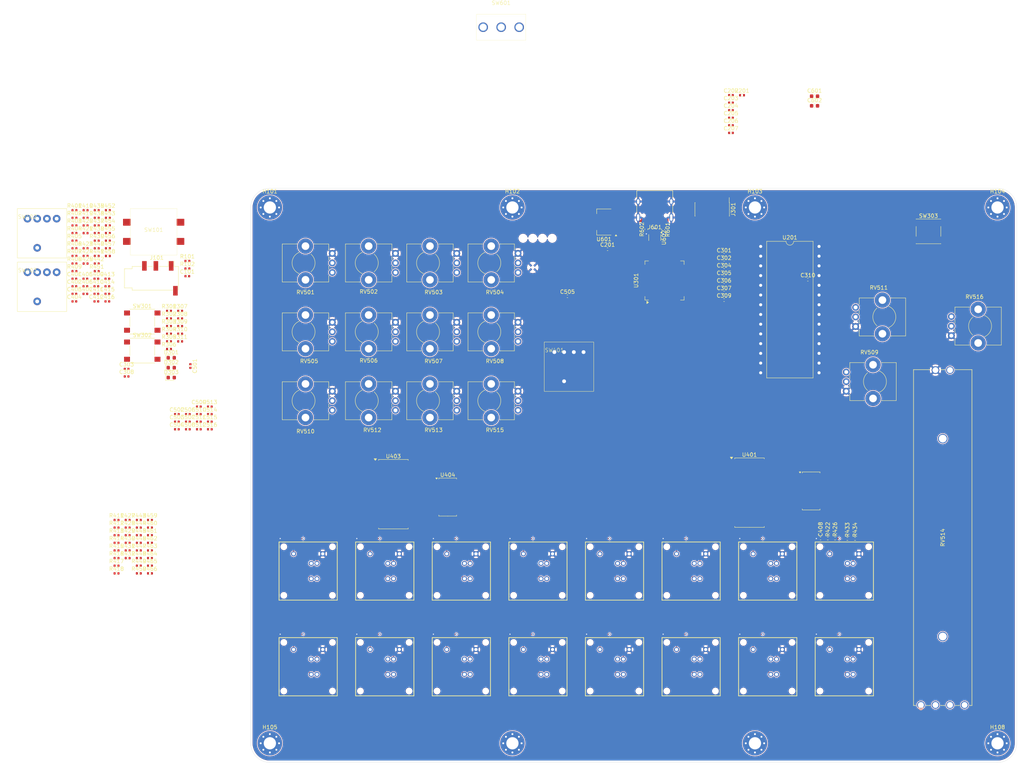
<source format=kicad_pcb>
(kicad_pcb (version 20240108) (generator "pcbnew") (generator_version "8.0")
  (layers (0 "F.Cu" mixed) (1 "In1.Cu" power "PWR") (2 "In2.Cu" power "GND") (31 "B.Cu" mixed) (34 "B.Paste" user) (35 "F.Paste" user) (36 "B.SilkS" user "B.Silkscreen") (37 "F.SilkS" user "F.Silkscreen") (38 "B.Mask" user) (39 "F.Mask" user) (44 "Edge.Cuts" user))
  (net 0 "")
  (net 1 "GND")
  (net 2 "+5V")
  (net 3 "+3.3V")
  (net 4 "/STM32-G474RE/NRST")
  (net 5 "/STM32-G474RE/Tap_Tempo")
  (net 7 "/STM32-G474RE/BTN_1")
  (net 8 "/STM32-G474RE/BTN_2")
  (net 9 "Net-(D301-A)")
  (net 11 "Net-(D302-A)")
  (net 15 "Net-(J601-CC2)")
  (net 17 "/PSU/D-")
  (net 18 "/PSU/D+")
  (net 20 "Net-(J601-CC1)")
  (net 21 "/Potar/Voice1_PW_pot")
  (net 22 "/Potar/Voice1_Attack_pot")
  (net 23 "/Potar/Voice1_Decay_pot")
  (net 24 "/Potar/Voice1_Release_pot")
  (net 25 "/Potar/Voice2_PW_pot")
  (net 26 "/Potar/Voice2_Attack_pot")
  (net 27 "/Potar/Voice2_Decay_pot")
  (net 28 "/Potar/Voice2_Release_pot")
  (net 29 "/Potar/Filter_Freq_pot")
  (net 30 "/Potar/Voice3_PW_pot")
  (net 31 "/Potar/Filter_Res_pot")
  (net 32 "/Potar/Voice3_Attack_pot")
  (net 33 "/Potar/Voice3_Decay_pot")
  (net 34 "/Potar/Pitch_Main_pot")
  (net 35 "/Potar/Voice3_Release_pot")
  (net 36 "/Potar/Pitch_octave_pot")
  (net 37 "Net-(D303-A)")
  (net 39 "/STM32-G474RE/SWCLK")
  (net 40 "/STM32-G474RE/SWDIO")
  (net 41 "/STM32-G474RE/VCP_TX")
  (net 42 "/STM32-G474RE/VCP_RX")
  (net 43 "VBUS")
  (net 44 "/GPIO_Expandeur/I2C_SCL")
  (net 45 "/GPIO_Expandeur/I2C_SDA")
  (net 46 "Net-(U301-PG10)")
  (net 47 "/STM32-G474RE/LED1")
  (net 48 "/STM32-G474RE/LED2")
  (net 49 "/GPIO_Expandeur/B8")
  (net 50 "/STM32-G474RE/LED3")
  (net 51 "/GPIO_Expandeur/B9")
  (net 52 "/GPIO_Expandeur/B10")
  (net 53 "/GPIO_Expandeur/B11")
  (net 54 "Net-(U402-~{OE})")
  (net 55 "/GPIO_Expandeur/B12")
  (net 56 "/GPIO_Expandeur/B13")
  (net 57 "/GPIO_Expandeur/B14")
  (net 58 "/GPIO_Expandeur/B15")
  (net 59 "Net-(U404-~{OE})")
  (net 61 "Net-(R411-Pad2)")
  (net 62 "Net-(R412-Pad2)")
  (net 63 "Net-(R413-Pad2)")
  (net 64 "Net-(R414-Pad2)")
  (net 65 "Net-(R415-Pad2)")
  (net 66 "Net-(R416-Pad2)")
  (net 67 "/GPIO_Expandeur/B0_R")
  (net 68 "Net-(R417-Pad2)")
  (net 69 "Net-(R418-Pad2)")
  (net 70 "Net-(R427-Pad2)")
  (net 71 "Net-(R428-Pad2)")
  (net 72 "/GPIO_Expandeur/B0_B")
  (net 73 "Net-(R429-Pad2)")
  (net 74 "Net-(R430-Pad2)")
  (net 75 "Net-(R431-Pad2)")
  (net 76 "Net-(R432-Pad2)")
  (net 77 "/GPIO_Expandeur/B1_R")
  (net 78 "Net-(R433-Pad2)")
  (net 79 "Net-(R434-Pad2)")
  (net 80 "Net-(R443-Pad2)")
  (net 81 "Net-(R444-Pad2)")
  (net 82 "/GPIO_Expandeur/B1_B")
  (net 83 "/GPIO_Expandeur/B2_R")
  (net 84 "Net-(R445-Pad2)")
  (net 85 "Net-(R446-Pad2)")
  (net 86 "Net-(R447-Pad2)")
  (net 87 "/GPIO_Expandeur/B2_B")
  (net 88 "Net-(R448-Pad2)")
  (net 89 "/GPIO_Expandeur/B3_R")
  (net 90 "Net-(R449-Pad2)")
  (net 91 "Net-(R450-Pad2)")
  (net 92 "Net-(R459-Pad2)")
  (net 93 "Net-(R460-Pad2)")
  (net 94 "/GPIO_Expandeur/B3_B")
  (net 95 "Net-(R461-Pad2)")
  (net 96 "/GPIO_Expandeur/B4_R")
  (net 97 "Net-(R462-Pad2)")
  (net 98 "/GPIO_Expandeur/B4_B")
  (net 99 "Net-(R463-Pad2)")
  (net 101 "Net-(R464-Pad2)")
  (net 102 "/GPIO_Expandeur/B5_R")
  (net 103 "Net-(R465-Pad2)")
  (net 105 "Net-(R466-Pad2)")
  (net 106 "/GPIO_Expandeur/B5_B")
  (net 107 "/GPIO_Expandeur/B0")
  (net 109 "/GPIO_Expandeur/B6_R")
  (net 110 "/GPIO_Expandeur/B1")
  (net 113 "/GPIO_Expandeur/B4")
  (net 114 "/GPIO_Expandeur/B2")
  (net 115 "/GPIO_Expandeur/B3")
  (net 116 "/GPIO_Expandeur/B6_B")
  (net 120 "/GPIO_Expandeur/B7_R")
  (net 121 "/GPIO_Expandeur/B7")
  (net 123 "/GPIO_Expandeur/B7_B")
  (net 124 "/GPIO_Expandeur/B6")
  (net 126 "/GPIO_Expandeur/B5")
  (net 128 "/PSU/USB_DP")
  (net 129 "/PSU/USB_DM")
  (net 130 "Net-(U201-CAP_1A)")
  (net 131 "Net-(U201-CAP_1B)")
  (net 132 "Net-(U201-CAP_2A)")
  (net 133 "Net-(U201-CAP_2B)")
  (net 134 "+12V")
  (net 135 "Net-(U201-AUDIO_OUT)")
  (net 136 "Net-(H101-Pad1)")
  (net 137 "/GPIO_Expandeur/B8_R")
  (net 139 "/GPIO_Expandeur/B8_B")
  (net 141 "/GPIO_Expandeur/B9_R")
  (net 144 "/GPIO_Expandeur/B9_B")
  (net 147 "/GPIO_Expandeur/B10_R")
  (net 149 "/GPIO_Expandeur/B10_B")
  (net 150 "Net-(U403-GPB6)")
  (net 151 "/GPIO_Expandeur/B11_R")
  (net 152 "Net-(U403-GPB4)")
  (net 153 "Net-(U403-GPB5)")
  (net 154 "/GPIO_Expandeur/B11_B")
  (net 155 "Net-(U403-GPB7)")
  (net 156 "Net-(U403-GPA2)")
  (net 157 "/GPIO_Expandeur/B12_R")
  (net 158 "Net-(U403-GPA3)")
  (net 159 "/GPIO_Expandeur/B12_B")
  (net 160 "Net-(U403-GPA1)")
  (net 161 "Net-(U403-GPA0)")
  (net 162 "/GPIO_Expandeur/B13_R")
  (net 163 "Net-(U403-GPB1)")
  (net 164 "/GPIO_Expandeur/B13_B")
  (net 165 "Net-(U403-GPB3)")
  (net 166 "Net-(U403-GPB2)")
  (net 167 "/GPIO_Expandeur/B14_R")
  (net 168 "Net-(U403-GPB0)")
  (net 170 "/GPIO_Expandeur/B14_B")
  (net 171 "/GPIO_Expandeur/B15_R")
  (net 172 "/MOS6581/{slash}Reset")
  (net 173 "/GPIO_Expandeur/INTB_1")
  (net 174 "/GPIO_Expandeur/B15_B")
  (net 175 "/MOS6581/MOS6581_Read{slash}Write")
  (net 176 "/GPIO_Expandeur/INTB_2")
  (net 177 "/GPIO_Expandeur/INTA_2")
  (net 178 "/GPIO_Expandeur/INTA_1")
  (net 188 "Net-(R403-Pad2)")
  (net 189 "Net-(R404-Pad2)")
  (net 190 "Net-(R405-Pad2)")
  (net 191 "Net-(R406-Pad2)")
  (net 192 "Net-(R419-Pad2)")
  (net 193 "Net-(R420-Pad2)")
  (net 194 "Net-(R421-Pad2)")
  (net 195 "Net-(R422-Pad2)")
  (net 196 "Net-(R435-Pad2)")
  (net 197 "Net-(R436-Pad2)")
  (net 198 "Net-(R437-Pad2)")
  (net 199 "Net-(R438-Pad2)")
  (net 200 "Net-(R451-Pad2)")
  (net 201 "/MOS6581/D4")
  (net 202 "Net-(R452-Pad2)")
  (net 203 "Net-(R453-Pad2)")
  (net 204 "/MOS6581/D1")
  (net 205 "/MOS6581/A4")
  (net 206 "Net-(R454-Pad2)")
  (net 207 "/MOS6581/D2")
  (net 208 "/MOS6581/A0")
  (net 209 "/MOS6581/A1")
  (net 210 "/MOS6581/D0")
  (net 211 "/MOS6581/D6")
  (net 212 "/MOS6581/A2")
  (net 213 "/MOS6581/D7")
  (net 214 "/MOS6581/D3")
  (net 215 "/MOS6581/A3")
  (net 216 "/MOS6581/D5")
  (footprint "Resistor_SMD:R_0402_1005Metric" (layer "F.Cu") (at 70.78 150.6)
    (property "Reference" "R450")
    (property "Value" "10k")
  )
  (footprint "Library:SMT Push Button 12x12" (layer "F.Cu") (at 74.655 61.36)
    (property "Reference" "SW101")
    (property "Value" "SW_Push")
  )
  (footprint "Capacitor_SMD:C_0402_1005Metric" (layer "F.Cu") (at 56.82 75.6)
    (property "Reference" "C406")
    (property "Value" "10n")
  )
  (footprint "libs:465M111172501" (layer "F.Cu") (at 255 150)
    (property "Reference" "S408" (hide yes))
    (property "Value" "465M111172501")
  )
  (footprint "Capacitor_SMD:C_0603_1608Metric" (layer "F.Cu") (at 247.23 28.44)
    (property "Reference" "C602")
    (property "Value" "22u")
  )
  (footprint "Capacitor_SMD:C_0402_1005Metric" (layer "F.Cu") (at 225.4 29.6)
    (property "Reference" "C204")
    (property "Value" "1n")
  )
  (footprint "MountingHole:MountingHole_3.2mm_M3_Pad_Via" (layer "F.Cu") (at 168.333333 55)
    (property "Reference" "H102")
    (property "Value" "MountingHole_Pad")
  )
  (footprint "MountingHole:MountingHole_3.2mm_M3_Pad_Via" (layer "F.Cu") (at 295 55)
    (property "Reference" "H104")
    (property "Value" "MountingHole_Pad")
  )
  (footprint "Resistor_SMD:R_0402_1005Metric" (layer "F.Cu") (at 62.7 67.67)
    (property "Reference" "R458")
    (property "Value" "10k")
  )
  (footprint "Capacitor_SMD:C_0402_1005Metric" (layer "F.Cu") (at 223.6 77.23)
    (property "Reference" "C307")
    (property "Value" "100n")
  )
  (footprint "Capacitor_SMD:C_0402_1005Metric" (layer "F.Cu") (at 223.6 75.26)
    (property "Reference" "C306")
    (property "Value" "100n")
  )
  (footprint "Resistor_SMD:R_0402_1005Metric" (layer "F.Cu") (at 64.96 136.67)
    (property "Reference" "R411")
    (property "Value" "10k")
  )
  (footprint "Resistor_SMD:R_0402_1005Metric" (layer "F.Cu") (at 83.46 70.97)
    (property "Reference" "R102")
    (property "Value" "10k")
  )
  (footprint "Resistor_SMD:R_0402_1005Metric" (layer "F.Cu") (at 64.96 140.65)
    (property "Reference" "R413")
    (property "Value" "10k")
  )
  (footprint "Resistor_SMD:R_0402_1005Metric" (layer "F.Cu") (at 56.88 61.7)
    (property "Reference" "R421")
    (property "Value" "10k")
  )
  (footprint "Capacitor_SMD:C_0402_1005Metric" (layer "F.Cu") (at 80.7175 110.98)
    (property "Reference" "C503")
    (property "Value" "10n")
  )
  (footprint "Resistor_SMD:R_0402_1005Metric" (layer "F.Cu") (at 73.69 138.66)
    (property "Reference" "R460")
    (property "Value" "10k")
  )
  (footprint "libs:PTB6044-2010BPA103_BRN" (layer "F.Cu") (at 275 185 90)
    (property "Reference" "RV514")
    (property "Value" "10k")
  )
  (footprint "Package_QFP:LQFP-64_10x10mm_P0.5mm" (layer "F.Cu") (at 208.05 74.075 90)
    (property "Reference" "U301")
    (property "Value" "STM32G474RETx")
  )
  (footprint "MountingHole:MountingHole_3.2mm_M3_Pad_Via" (layer "F.Cu") (at 231.666667 195)
    (property "Reference" "H107" (hide yes))
    (property "Value" "MountingHole_Pad")
  )
  (footprint "Resistor_SMD:R_0402_1005Metric" (layer "F.Cu") (at 78.66 86.01)
    (property "Reference" "R303")
    (property "Value" "R_Small")
  )
  (footprint "libs:Potentiometer_Alps_RK09K_Horizontal_CORRECTED" (layer "F.Cu") (at 121.3 85 180)
    (property "Reference" "RV505")
    (property "Value" "10k")
  )
  (footprint "Resistor_SMD:R_0402_1005Metric" (layer "F.Cu") (at 83.46 68.98)
    (property "Reference" "R101")
    (property "Value" "10k")
  )
  (footprint "Capacitor_SMD:C_0402_1005Metric" (layer "F.Cu") (at 56.82 77.57)
    (property "Reference" "C407")
    (property "Value" "10n")
  )
  (footprint "Resistor_SMD:R_0402_1005Metric" (layer "F.Cu") (at 81.57 84.02)
    (property "Reference" "R308")
    (property "Value" "470")
  )
  (footprint "Capacitor_SMD:C_0402_1005Metric" (layer "F.Cu") (at 83.5875 110.98)
    (property "Reference" "C507")
    (property "Value" "10n")
  )
  (footprint "Package_SO:TSSOP-28_4.4x9.7mm_P0.65mm" (layer "F.Cu") (at 151.4375 130.675)
    (property "Reference" "U404")
    (property "Value" "PCA9635" (hide yes))
  )
  (footprint "Resistor_SMD:R_0402_1005Metric" (layer "F.Cu") (at 64.96 142.64)
    (property "Reference" "R414")
    (property "Value" "10k")
  )
  (footprint "Resistor_SMD:R_0402_1005Metric" (layer "F.Cu") (at 53.97 57.72)
    (property "Reference" "R402")
    (property "Value" "0")
  )
  (footprint "Capacitor_SMD:C_0402_1005Metric" (layer "F.Cu") (at 89.3275 110.98)
    (property "Reference" "C515")
    (property "Value" "10n")
  )
  (footprint "libs:465M111172501" (layer "F.Cu") (at 255 175)
    (property "Reference" "S416" (hide yes))
    (property "Value" "465M111172501")
  )
  (footprint "Capacitor_SMD:C_0402_1005Metric" (layer "F.Cu") (at 223.6 67.38)
    (property "Reference" "C301")
    (property "Value" "100n")
  )
  (footprint "libs:465M111172501" (layer "F.Cu") (at 115 175)
    (property "Reference" "S409" (hide yes))
    (property "Value" "465M111172501" (hide yes))
  )
  (footprint "Capacitor_SMD:C_0402_1005Metric" (layer "F.Cu") (at 80.7175 109.01)
    (property "Reference" "C502")
    (property "Value" "10n")
  )
  (footprint "Resistor_SMD:R_0402_1005Metric" (layer "F.Cu") (at 62.7 65.68)
    (property "Reference" "R457")
    (property "Value" "10k")
  )
  (footprint "Capacitor_SMD:C_0402_1005Metric" (layer "F.Cu") (at 225.4 25.66)
    (property "Reference" "C202")
    (property "Value" "10n")
  )
  (footprint "libs:Potentiometer_Alps_RK09K_Horizontal_CORRECTED" (layer "F.Cu") (at 153.8 85 180)
    (property "Reference" "RV507")
    (property "Value" "10k")
  )
  (footprint "Capacitor_SMD:C_0402_1005Metric" (layer "F.Cu") (at 86.4575 112.95)
    (property "Reference" "C512")
    (property "Value" "10n")
  )
  (footprint "Resistor_SMD:R_0402_1005Metric" (layer "F.Cu") (at 62.7 63.69)
    (property "Reference" "R456")
    (property "Value" "10k")
  )
  (footprint "Capacitor_SMD:C_0402_1005Metric" (layer "F.Cu") (at 182.7 78.2)
    (property "Reference" "C505")
    (property "Value" "10n")
  )
  (footprint "Capacitor_SMD:C_0402_1005Metric" (layer "F.Cu") (at 59.69 77.57)
    (property "Reference" "C411")
    (property "Value" "10n")
  )
  (footprint "Resistor_SMD:R_0402_1005Metric" (layer "F.Cu") (at 64.96 148.61)
    (property "Reference" "R417")
    (property "Value" "10k")
  )
  (footprint "Resistor_SMD:R_0402_1005Metric" (layer "F.Cu") (at 252.59 141.5 180)
    (property "Reference" "R426")
    (property "Value" "10k")
  )
  (footprint "Resistor_SMD:R_0402_1005Metric" (layer "F.Cu") (at 70.78 140.65)
    (property "Reference" "R445")
    (property "Value" "10k")
  )
  (footprint "libs:Potentiometer_Alps_RK09K_Horizontal_CORRECTED" (layer "F.Cu") (at 257.95 86.1)
    (property "Reference" "RV511")
    (property "Value" "10k")
  )
  (footprint "Resistor_SMD:R_0402_1005Metric" (layer "F.Cu") (at 53.97 69.66)
    (property "Reference" "R408")
    (property "Value" "10k")
  )
  (footprint "libs:Potentiometer_Alps_RK09K_Horizontal_CORRECTED" (layer "F.Cu") (at 137.8 103 180)
    (property "Reference" "RV512")
    (property "Value" "10k")
  )
  (footprint "Capacitor_SMD:C_0402_1005Metric" (layer "F.Cu") (at 62.56 79.54)
    (property "Reference" "C416")
    (property "Value" "10n")
  )
  (footprint "Resistor_SMD:R_0402_1005Metric" (layer "F.Cu") (at 73.69 142.64)
    (property "Reference" "R462")
    (property "Value" "10k")
  )
  (footprint "Resistor_SMD:R_0402_1005Metric" (layer "F.Cu") (at 81.57 86.01)
    (property "Reference" "R309")
    (property "Value" "470")
  )
  (footprint "Capacitor_SMD:C_0402_1005Metric" (layer "F.Cu") (at 89.3275 107.04)
    (property "Reference" "C513")
    (property "Value" "10n")
  )
  (footprint "Capacitor_SMD:C_0402_1005Metric" (layer "F.Cu") (at 83.5875 112.95)
    (property "Reference" "C508")
    (property "Value" "10n")
  )
  (footprint "Resistor_SMD:R_0402_1005Metric" (layer "F.Cu") (at 56.88 69.66)
    (property "Reference" "R425")
    (property "Value" "10k")
  )
  (footprint "Resistor_SMD:R_0402_1005Metric" (layer "F.Cu") (at 73.69 136.67)
    (property "Reference" "R459")
    (property "Value" "10k")
  )
  (footprint "Resistor_SMD:R_0402_1005Metric" (layer "F.Cu") (at 62.7 57.72)
    (property "Reference" "R453")
    (property "Value" "10k")
  )
  (footprint "libs:465M111172501" (layer "F.Cu") (at 235 175)
    (property "Reference" "S415" (hide yes))
    (property "Value" "465M111172501")
  )
  (footprint "Button_Switch_SMD:SW_Push_1P1T_NO_6x6mm_H9.5mm" (layer "F.Cu") (at 276.975 61.25)
    (property "Reference" "SW303")
    (property "Value" "SW_Push")
  )
  (footprint "Capacitor_SMD:C_0402_1005Metric" (layer "F.Cu") (at 53.95 75.6)
    (property "Reference" "C402")
    (property "Value" "10n")
  )
  (footprint "Resistor_SMD:R_0402_1005Metric" (layer "F.Cu") (at 78.66 88)
    (property "Reference" "R304")
    (property "Value" "10k")
  )
  (footprint "Resistor_SMD:R_0402_1005Metric" (layer "F.Cu") (at 59.79 69.66)
    (property "Reference" "R442")
    (property "Value" "10k")
  )
  (footprint "Capacitor_SMD:C_0402_1005Metric" (layer "F.Cu") (at 59.69 75.6)
    (property "Reference" "C410")
    (property "Value" "10n")
  )
  (footprint "Library:S-2050" (layer "F.Cu") (at 183.1 96.6)
    (property "Reference" "SW401")
    (property "Value" "SW_SP4T_NR01104")
  )
  (footprint "Resistor_SMD:R_0402_1005Metric" (layer "F.Cu") (at 53.97 55.73)
    (property "Reference" "R401")
    (property "Value" "0")
  )
  (footprint "Resistor_SMD:R_0402_1005Metric" (layer "F.Cu") (at 53.97 67.67)
    (property "Reference" "R407")
    (property "Value" "10k")
  )
  (footprint "LED_SMD:LED_0603_1608Metric" (layer "F.Cu") (at 79.25 94.27)
    (property "Reference" "D301")
    (property "Value" "LED")
  )
  (footprint "Resistor_SMD:R_0402_1005Metric" (layer "F.Cu") (at 81.57 88)
    (property "Reference" "R310")
    (property "Value" "10k")
  )
  (footprint "Capacitor_SMD:C_0402_1005Metric" (layer "F.Cu") (at 245.48 73.88)
    (property "Reference" "C310")
    (property "Value" "100n")
  )
  (footprint "Resistor_SMD:R_0402_1005Metric" (layer "F.Cu") (at 67.87 140.65)
    (property "Reference" "R429")
    (property "Value" "10k")
  )
  (footprint "Resistor_SMD:R_0402_1005Metric" (layer "F.Cu") (at 73.69 144.63)
    (property "Reference" "R463")
    (property "Value" "10k")
  )
  (footprint "Resistor_SMD:R_0402_1005Metric" (layer "F.Cu") (at 56.88 55.73)
    (property "Reference" "R410")
    (property "Value" "10k")
  )
  (footprint "Capacitor_SMD:C_0402_1005Metric" (layer "F.Cu") (at 67.59 99.15)
    (property "Reference" "C308")
    (property "Value" "10n")
  )
  (footprint "Capacitor_SMD:C_0402_1005Metric" (layer "F.Cu") (at 84.2375 96.43 -90)
    (property "Reference" "C501")
    (property "Value" "10n")
  )
  (footprint "libs:465M111172501" (layer "F.Cu") (at 115 150)
    (property "Reference" "S401" (hide yes))
    (property "Value" "465M111172501")
  )
  (footprint "Resistor_SMD:R_0402_1005Metric" (layer "F.Cu") (at 62.7 61.7)
    (property "Reference" "R455")
    (property "Value" "10k")
  )
  (footprint "Library:S-2050" (layer "F.Cu") (at 45.515 61.735)
    (property "Reference" "SW402")
    (property "Value" "SW_SP4T_NR01104")
  )
  (footprint "Capacitor_SMD:C_0402_1005Metric" (layer "F.Cu") (at 225.4 31.57)
    (property "Reference" "C205")
    (property "Value" "1u")
  )
  (footprint "Resistor_SMD:R_0402_1005Metric" (layer "F.Cu") (at 64.96 138.66)
    (property "Reference" "R412")
    (property "Value" "10k")
  )
  (footprint "Capacitor_SMD:C_0402_1005Metric" (layer "F.Cu") (at 53.95 73.63)
    (property "Reference" "C401")
    (property "Value" "10n")
  )
  (footprint "Resistor_SMD:R_0402_1005Metric" (layer "F.Cu") (at 67.87 138.66)
    (property "Reference" "R428")
    (property "Value" "10k")
  )
  (footprint "libs:465M111172501" (layer "F.Cu") (at 175 175)
    (property "Reference" "S412" (hide yes))
    (property "Value" "465M111172501")
  )
  (footprint "Resistor_SMD:R_0402_1005Metric" (layer "F.Cu") (at 67.87 142.64)
    (property "Reference" "R430")
    (property "Value" "10k")
  )
  (footprint "Resistor_SMD:R_0402_1005Metric" (layer "F.Cu") (at 64.96 150.6)
    (property "Reference" "R418")
    (property "Value" "10k")
  )
  (footprint "Resistor_SMD:R_0402_1005Metric" (layer "F.Cu") (at 62.7 59.71)
    (property "Reference" "R454")
    (property "Value" "10k")
  )
  (footprint "Resistor_SMD:R_0402_1005Metric" (layer "F.Cu") (at 73.69 148.61)
    (property "Reference" "R465")
    (property "Value" "10k")
  )
  (footprint "Resistor_SMD:R_0402_1005Metric" (layer "F.Cu") (at 59.79 71.65)
    (property "Reference" "R451")
    (property "Value" "10k")
  )
  (footprint "Capacitor_SMD:C_0402_1005Metric" (layer "F.Cu") (at 86.4575 107.04)
    (property "Reference" "C509")
    (property "Value" "10n")
  )
  (footprint "Resistor_SMD:R_0402_1005Metric" (layer "F.Cu") (at 70.78 146.62)
    (property "Reference" "R448")
    (property "Value" "10k")
  )
  (footprint "Resistor_SMD:R_0402_1005Metric" (layer "F.Cu") (at 81.57 89.99)
    (property "Reference" "R311")
    (property "Value" "10k")
  )
  (footprint "Resistor_SMD:R_0402_1005Metric" (layer "F.Cu") (at 64.96 144.63)
    (property "Reference" "R415")
    (property "Value" "10k")
  )
  (footprint "Capacitor_SMD:C_0402_1005Metric" (layer "F.Cu") (at 62.56 73.63)
    (property "Reference" "C413")
    (property "Value" "10n")
  )
  (footprint "Capacitor_SMD:C_0402_1005Metric" (layer "F.Cu") (at 223.6 79.2)
    (property "Reference" "C309")
    (property "Value" "4u7")
  )
  (footprint "Resistor_SMD:R_0402_1005Metric" (layer "F.Cu") (at 70.78 142.64)
    (property "Reference" "R446")
    (property "Value" "10k")
  )
  (footprint "Resistor_SMD:R_0402_1005Metric" (layer "F.Cu") (at 78.66 82.03)
    (property "Reference" "R301")
    (property "Value" "10k")
  )
  (footprint "libs:Potentiometer_Alps_RK09K_Horizontal_CORRECTED" (layer "F.Cu") (at 121.3 103 180)
    (property "Reference" "RV510")
    (property "Value" "10k")
  )
  (footprint "Resistor_SMD:R_0402_1005Metric" (layer "F.Cu") (at 59.79 63.69)
    (property "Reference" "R439")
    (property "Value" "10k")
  )
  (footprint "Resistor_SMD:R_0402_1005Metric" (layer "F.Cu") (at 255.8 141.6)
    (property "Reference" "R433")
    (property "Value" "10k")
  )
  (footprint "libs:465M111172501" (layer "F.Cu") (at 195 150)
    (property "Reference" "S405" (hide yes))
    (property "Value" "465M111172501")
  )
  (footprint "Capacitor_SMD:C_0402_1005Metric" (layer "F.Cu") (at 62.56 75.6)
    (property "Reference" "C414")
    (property "Value" "10n")
  )
  (footprint "Resistor_SMD:R_0402_1005Metric" (layer "F.Cu") (at 73.69 146.62)
    (property "Reference" "R464")
    (property "Value" "10k")
  )
  (footprint "libs:465M111172501" (layer "F.Cu") (at 235 150)
    (property "Reference" "S407" (hide yes))
    (property "Value" "465M111172501")
  )
  (footprint "Button_Switch_SMD:SW_Push_1P1T_NO_6x6mm_H9.5mm" (layer "F.Cu") (at 71.68 92.405)
    (property "Reference" "SW302")
    (property "Value" "SW_Push")
  )
  (footprint "libs:465M111172501" (layer "F.Cu") (at 215 175)
    (property "Reference" "S414" (hide yes))
    (property "Value" "465M111172501")
  )
  (footprint "MountingHole:MountingHole_3.2mm_M3_Pad_Via" (layer "F.Cu") (at 105 55)
    (property "Reference" "H101")
    (property "Value" "MountingHole_Pad")
  )
  (footprint "libs:Potentiometer_Alps_RK09K_Horizontal_CORRECTED" (layer "F.Cu") (at 121.3 67 180)
    (property "Reference" "RV501")
    (property "Value" "10k")
  )
  (footprint "libs:Potentiometer_Alps_RK09K_Horizontal_CORRECTED" (layer "F.Cu") (at 137.8 85 180)
    (property "Reference" "RV506")
    (property "Value" "10k")
  )
  (footprint "Resistor_SMD:R_0402_1005Metric" (layer "F.Cu") (at 78.66 91.98)
    (property "Reference" "R306")
    (property "Value" "470")
  )
  (footprint "Resistor_SMD:R_0402_1005Metric" (layer "F.Cu") (at 70.78 148.61)
    (property "Reference" "R449")
    (property "Value" "10k")
  )
  (footprint "Capacitor_SMD:C_0402_1005Metric" (layer "F.Cu") (at 59.69 79.54)
    (property "Reference" "C412")
    (property "Value" "10n")
  )
  (footprint "Resistor_SMD:R_0402_1005Metric" (layer "F.Cu") (at 78.66 84.02)
    (property "Reference" "R302")
    (property "Value" "10k")
  )
  (footprint "Capacitor_SMD:C_0402_1005Metric" (layer "F.Cu") (at 86.4575 110.98)
    (property "Reference" "C511")
    (property "Value" "10n")
  )
  (footprint "libs:465M111172501" (layer "F.Cu") (at 155 150)
    (property "Reference" "S403" (hide yes))
    (property "Value" "465M111172501")
  )
  (footprint "Resistor_SMD:R_0402_1005Metric" (layer "F.Cu") (at 59.79 55.73)
    (property "Reference" "R435")
    (property "Value" "10k")
  )
  (footprint "Capacitor_SMD:C_0402_1005Metric" (layer "F.Cu") (at 80.7175 112.95)
    (property "Reference" "C504")
    (property "Value" "10n")
  )
  (footprint "Resistor_SMD:R_0402_1005Metric" (layer "F.Cu") (at 56.88 57.72)
    (property "Reference" "R419")
    (property "Value" "10k")
  )
  (footprint "MountingHole:MountingHole_3.2mm_M3_Pad_Via" (layer "F.Cu") (at 168.333333 195)
    (property "Reference" "H106" (hide yes))
    (property "Value" "MountingHole_Pad")
  )
  (footprint "Resistor_SMD:R_0402_1005Metric" (layer "F.Cu") (at 53.97 65.68)
    (property "Reference" "R406")
    (property "Value" "10k")
  )
  (footprint "Capacitor_SMD:C_0402_1005Metric" (layer "F.Cu") (at 193.18 65.9)
    (property "Reference" "C201")
    (property "Value" "1u")
  )
  (footprint "libs:Potentiometer_Alps_RK09K_Horizontal_CORRECTED" (layer "F.Cu") (at 137.8 67 180)
    (property "Reference" "RV502")
    (property "Value" "10k")
  )
  (footprint "LED_SMD:LED_0603_1608Metric" (layer "F.Cu") (at 79.25 96.86)
    (property "Reference" "D302")
    (property "Value" "LED")
  )
  (footprint "Capacitor_SMD:C_0402_1005Metric" (layer "F.Cu") (at 248.79 141.5 180)
    (property "Reference" "C408")
    (property "Value" "10n")
  )
  (footprint "Resistor_SMD:R_0402_1005Metric" (layer "F.Cu") (at 59.79 67.67)
    (property "Reference" "R441")
    (property "Value" "10k")
  )
  (footprint "Capacitor_SMD:C_0402_1005Metric" (layer "F.Cu") (at 223.6 69.35)
    (property "Reference" "C302")
    (property "Value" "100n")
  )
  (footprint "Resistor_SMD:R_0402_1005Metric" (layer "F.Cu") (at 70.78 144.63)
    (property "Reference" "R447")
    (property "Value" "10k")
  )
  (footprint "Resistor_SMD:R_0402_1005Metric" (layer "F.Cu") (at 67.87 144.63)
    (property "Reference" "R431")
    (property "Value" "10k")
  )
  (footprint "Capacitor_SMD:C_0402_1005Metric" (layer "F.Cu") (at 67.59 97.18)
    (property "Reference" "C303")
    (property "Value" "10n")
  )
  (footprint "Package_SO:TSSOP-28_4.4x9.7mm_P0.65mm" (layer "F.Cu") (at 246.3375 129.075)
    (property "Reference" "U402" (hide yes))
    (property "Value" "PCA9635" (hide yes))
  )
  (footprint "MountingHole:MountingHole_3.2mm_M3_Pad_Via" (layer "F.Cu") (at 105 195)
    (property "Reference" "H105")
    (property "Value" "MountingHole_Pad")
  )
  (footprint "Resistor_SMD:R_0402_1005Metric" (layer "F.Cu") (at 207.7 60.8 -90)
    (property "Reference" "R601")
    (property "Value" "5k1")
  )
  (footprint "Capacitor_SMD:C_0402_1005Metric" (layer "F.Cu") (at 223.6 73.29)
    (property "Reference" "C305")
    (property "Value" "100n")
  )
  (footprint "Resistor_SMD:R_0402_1005Metric" (layer "F.Cu") (at 56.88 67.67)
    (property "Reference" "R424")
    (property "Value" "10k")
  )
  (footprint "LED_SMD:LED_0603_1608Metric" (layer "F.Cu") (at 79.25 99.45)
    (property "Reference" "D303")
    (property "Value" "LED")
  )
  (footprint "Capacitor_SMD:C_0402_1005Metric" (layer "F.Cu") (at 86.4575 109.01)
    (property "Reference" "C510")
    (property "Value" "10n")
  )
  (footprint "Resistor_SMD:R_0402_1005Metric" (layer "F.Cu") (at 257.8 141.6 180)
    (property "Reference" "R434")
    (property "Value" "10k")
  )
  (footprint "Resistor_SMD:R_0402_1005Metric" (layer "F.Cu") (at 59.79 61.7)
    (property "Reference" "R438")
    (property "Value" "10k")
  )
  (footprint "Resistor_SMD:R_0402_1005Metric" (layer "F.Cu") (at 53.97 61.7)
    (property "Reference" "R404")
    (property "Value" "10k")
  )
  (footprint "libs:465M111172501" (layer "F.Cu") (at 175 150)
    (property "Reference" "S404" (hide yes))
    (property "Value" "465M111172501")
  )
  (footprint "Capacitor_SMD:C_0402_1005Metric" (layer "F.Cu") (at 223.6 71.32)
    (property "Reference" "C304")
    (property "Value" "100n")
  )
  (footprint "libs:465M111172501" (layer "F.Cu") (at 135 150)
    (property "Reference" "S402" (hide yes))
    (property "Value" "465M111172501")
  )
  (footprint "Resistor_SMD:R_0402_1005Metric" (layer "F.Cu") (at 73.69 140.65)
    (property "Reference" "R461")
    (property "Value" "10k")
  )
  (footprint "Resistor_SMD:R_0402_1005Metric" (layer "F.Cu") (at 53.97 63.69)
    (property "Reference" "R405")
    (property "Value" "10k")
  )
  (footprint "libs:465M111172501" (layer "F.Cu") (at 155 175)
    (property "Reference" "S411" (hide yes))
    (property "Value" "465M111172501")
  )
  (footprint "libs:465M111172501" (layer "F.Cu") (at 135 175)
    (property "Reference" "S410" (hide yes))
    (property "Value" "465M111172501")
  )
  (footprint "libs:Potentiometer_Alps_RK09K_Horizontal_CORRECTED" (layer "F.Cu") (at 169.8 103 180)
    (property "Reference" "RV515")
    (property "Value" "10k")
  )
  (footprint "libs:465M111172501" (layer "F.Cu") (at 195 175)
    (property "Reference" "S413" (hide yes))
    (property "Value" "465M111172501")
  )
  (footprint "Resistor_SMD:R_0402_1005Metric" (layer "F.Cu") (at 59.79 57.72)
    (property "Reference" "R436")
    (property "Value" "10k")
  )
  (footprint "Capacitor_SMD:C_0603_1608Metric" (layer "F.Cu") (at 247.23 25.93)
    (property "Reference" "C601")
    (property "Value" "10u")
  )
  (footprint "Capacitor_SMD:C_0402_1005Metric" (layer "F.Cu") (at 225.4 35.51)
    (property "Reference" "C207")
    (property "Value" "1u")
  )
  (footprint "Capacitor_SMD:C_0402_1005Metric" (layer "F.Cu") (at 62.56 77.57)
    (property "Reference" "C415")
    (property "Value" "10n")
  )
  (footprint "Resistor_SMD:R_0402_1005Metric" (layer "F.Cu") (at 203.3 60.7 90)
    (property "Reference" "R602")
    (property "Value" "5k1")
  )
  (footprint "Connector_PinHeader_1.27mm:PinHeader_2x07_P1.27mm_Vertical_SMD" (layer "F.Cu") (at 220.5 55.5 -90)
    (property "Reference" "J301")
    (property "Value" "Conn_ST_STDC14")
  )
  (footprint "Resistor_SMD:R_0402_1005Metric" (layer "F.Cu") (at 56.88 59.71)
    (property "Reference" "R420")
    (property "Value" "10k")
  )
  (footprint "libs:Potentiometer_Alps_RK09K_Horizontal_CORRECTED" (layer "F.Cu") (at 282.95 88.5)
    (property "Reference" "RV516")
    (property "Value" "10k")
  )
  (footprint "Library:472121010111" (layer "F.Cu") (at 165.4 7.9)
    (property "Reference" "SW601")
    (property "Value" "SW_SPDT")
  )
  (footprint "Capacitor_SMD:C_0402_1005Metric" (layer "F.Cu") (at 53.95 79.54)
    (property "Reference" "C404")
    (property "Value" "10n")
  )
  (footprint "Resistor_SMD:R_0402_1005Metric" (layer "F.Cu") (at 67.87 136.67)
    (property "Reference" "R427")
    (property "Value" "10k")
  )
  (footprint "Capacitor_SMD:C_0402_1005Metric" (layer "F.Cu") (at 225.4 27.63)
    (property "Reference" "C203")
    (property "Value" "1n")
  )
  (footprint "Resistor_SMD:R_0402_1005Metric" (layer "F.Cu") (at 59.79 59.71)
    (property "Reference" "R437")
    (property "Value" "10k")
  )
  (footprint "Capacitor_SMD:C_0402_1005Metric" (layer "F.Cu") (at 56.82 73.63)
    (property "Reference" "C405")
    (property "Value" "10n")
  )
  (footprint "Resistor_SMD:R_0402_1005Metric" (layer "F.Cu") (at 62.7 55.73)
    (property "Reference" "R452")
    (property "Value" "10k")
  )
  (footprint "libs:Potentiometer_Alps_RK09K_Horizontal_CORRECTED" (layer "F.Cu") (at 169.8 67 180)
    (property "Reference" "RV504")
    (property "Value" "10k")
  )
  (footprint "Package_TO_SOT_SMD:SOT-23-6" (layer "F.Cu") (at 205.5 62.8625 -90)
    (property "Reference" "U602")
    (property "Value" "USBLC6-2SC6")
  )
  (footprint "Button_Switch_SMD:SW_Push_1P1T_NO_6x6mm_H9.5mm" (layer "F.Cu") (at 71.68 84.825)
    (property "Reference" "SW301")
    (property "Value" "SW_Push")
  )
  (footprint "Resistor_SMD:R_0402_1005Metric" (layer "F.Cu") (at 81.57 82.03)
    (property "Reference" "R307")
    (property "Value" "10k")
  )
  (footprint "Resistor_SMD:R_0402_1005Metric" (layer "F.Cu") (at 59.79 65.68)
    (property "Reference" "R440")
    (property "Value" "10k")
  )
  (footprint "libs:Potentiometer_Alps_RK09K_Horizontal_CORRECTED" (layer "F.Cu") (at 255.5 103)
    (property "Reference" "RV509")
    (property "Value" "10k")
  )
  (footprint "Capacitor_SMD:C_0402_1005Metric" (layer "F.Cu") (at 83.44 72.95)
    (property "Reference" "C101")
    (property "Value" "10n")
  )
  (footprint "MountingHole:MountingHole_3.2mm_M3_Pad_Via" (layer "F.Cu") (at 231.666667 55)
    (property "Reference" "H103")
    (property "Value" "MountingHole_Pad")
  )
  (footprint "Connector_USB:USB_C_Receptacle_HRO_TYPE-C-31-M-12" (layer "F.Cu") (at 205.5 54.5 180)
    (property "Reference" "J601")
    (property "Value" "USB_C_Receptacle_USB2.0_16P")
  )
  (footprint "Package_SO:SOIC-28W_7.5x17.9mm_P1.27mm" (layer "F.Cu") (at 137.25 129.915)
    (property "Reference" "U403")
    (property "Value" "MCP23017_SP")
  )
  (footprint "Resistor_SMD:R_0402_1005Metric" (layer "F.Cu") (at 228.29 25.67)
    (property "Reference" "R201")
    (property "Value" "1k")
  )
  (footprint "Package_DIP:DIP-28_W15.24mm_LongPads" (layer "F.Cu") (at 233.16 65.18)
    (property "Reference" "U201")
    (property "Value" "MOS6581/6582/8580SID")
  )
  (footprint "Package_TO_SOT_SMD:SOT-223-3_TabPin2" (layer "F.Cu") (at 192.25 58.8 180)
    (property "Reference" "U601")
    (property "Value" "AZ1117-3.3TRG1")
  )
  (footprint "Resistor_SMD:R_0402_1005Metric" (layer "F.Cu") (at 250.69 141.5)
    (property "Reference" "R422")
    (property "Value" "10k")
  )
  (footprint "Resistor_SMD:R_0402_1005Metric" (layer "F.Cu") (at 73.69 150.6)
    (property "Reference" "R466")
    (property "Value" "10k")
  )
  (footprint "libs:Potentiometer_Alps_RK09K_Horizontal_CORRECTED" (layer "F.Cu") (at 153.8 103 180)
    (property "Reference" "RV513")
    (property "Value" "10k")
  )
  (footprint "Resistor_SMD:R_0402_1005Metric" (layer "F.Cu") (at 53.97 71.65)
    (property "Reference" "R409")
    (property "Value" "10k")
  )
  (footprint "Package_SO:SOIC-28W_7.5x17.9mm_P1.27mm" (layer "F.Cu") (at 230.25 129.515)
    (property "Reference" "U401")
    (property "Value" "MCP23017_SP")
  )
  (footprint "Capacitor_SMD:C_0402_1005Metric" (layer "F.Cu") (at 89.3275 109.01)
    (property "Reference" "C514")
    (property "Value" "10n")
  )
  (footprint "Resistor_SMD:R_0402_1005Metric" (layer "F.Cu") (at 70.78 138.66)
    (property "Reference" "R444")
    (property "Value" "10k")
  )
  (footprint "Resistor_SMD:R_0402_1005Metric" (layer "F.Cu") (at 70.78 136.67)
    (property "Reference" "R443")
    (property "Value" "10k")
  )
  (footprint "MountingHole:MountingHole_3.2mm_M3_Pad_Via" (layer "F.Cu") (at 295 195)
    (property "Reference" "H108")
    (property "Value" "MountingHole_Pad")
  )
  (footprint "Capacitor_SMD:C_0402_1005Metric" (layer "F.Cu") (at 59.69 73.63)
    (property "Reference" "C409")
    (property "Value" "10n")
  )
  (footprint "libs:Potentiometer_Alps_RK09K_Horizontal_CORRECTED" (layer "F.Cu") (at 153.8 67 180)
    (property "Reference" "RV503")
    (property "Value" "10k")
  )
  (footprint "Library:S-2050" (layer "F.Cu") (at 45.515 75.735)
    (property "Reference" "SW403")
    (property "Value" "SW_SP4T_NR01104")
  )
  (footprint "Resistor_SMD:R_0402_1005Metric" (layer "F.Cu") (at 53.97 59.71)
    (property "Reference" "R403")
    (property "Value" "10k")
  )
  (footprint "Capacitor_SMD:C_0402_1005Metric" (layer "F.Cu") (at 53.95 77.57)
    (property "Reference" "C403")
    (property "Value" "10n")
  )
  (footprint "Resistor_SMD:R_0402_1005Metric" (layer "F.Cu") (at 78.66 89.99)
    (property "Reference" "R305")
    (property "Value" "10k")
  )
  (footprint "Resistor_SMD:R_0402_1005Metric" (layer "F.Cu") (at 67.87 146.62)
    (property "Reference" "R432")
    (property "Value" "10k")
  )
  (footprint "libs:465M111172501" (layer "F.Cu") (at 215 150)
    (property "Reference" "S406" (hide yes))
    (property "Value" "465M111172501")
  )
  (footprint "libs:Potentiometer_Alps_RK09K_Horizontal_CORRECTED" (layer "F.Cu") (at 169.8 85 180)
    (property "Reference" "RV508")
    (property "Value" "10k")
  )
  (footprint "Connector_Audio:Jack_3.5mm_PJ320D_Horizontal" (layer "F.Cu") (at 75.41 73.51)
    (property "Reference" "J101")
    (property "Value" "LINEOUT")
  )
  (footprint "Capacitor_SMD:C_0402_1005Metric" (layer "F.Cu") (at 83.5875 109.01)
    (property "Reference" "C506")
    (property "Value" "10n")
  )
  (footprint "Resistor_SMD:R_0402_1005Metric" (layer "F.Cu") (at 56.88 65.68)
    (property "Reference" "R423")
    (property "Value" "10k")
  )
  (footprint "Resistor_SMD:R_0402_1005Metric" (layer "F.Cu") (at 64.96 146.62)
    (property "Reference" "R416")
    (property "Value" "10k")
  )
  (footprint "Capacitor_SMD:C_0402_1005Metric" (layer "F.Cu") (at 225.4 33.54)
    (property "Reference" "C206")
    (property "Value" "10n")
  )
  (footprint "Capacitor_SMD:C_0402_1005Metric" (layer "F.Cu") (at 89.3275 112.95)
    (property "Reference" "C516")
    (property "Value" "10n")
  )
  (gr_line (start 300 55) (end 300 195) (stroke (width 0.05)) (layer "Edge.Cuts"))
  (gr_line (start 100 195) (end 100 55) (stroke (width 0.05)) (layer "Edge.Cuts"))
  (gr_arc (start 300 195) (mid 298.535534 198.535534) (end 295 200) (stroke (width 0.05)) (layer "Edge.Cuts"))
  (gr_arc (start 295 50) (mid 298.535534 51.464466) (end 300 55) (stroke (width 0.05)) (layer "Edge.Cuts"))
  (gr_line (start 295 200) (end 105 200) (stroke (width 0.05)) (layer "Edge.Cuts"))
  (gr_arc (start 105 200) (mid 101.464466 198.535534) (end 100 195) (stroke (width 0.05)) (layer "Edge.Cuts"))
  (gr_arc (start 100 55) (mid 101.464466 51.464466) (end 105 50) (stroke (width 0.05)) (layer "Edge.Cuts"))
  (gr_line (start 105 50) (end 295 50) (stroke (width 0.05)) (layer "Edge.Cuts"))
  (segment (start 248.31 141.5) (end 247.7 141.5) (width 0.2) (layer "F.Cu") (net 1))
  (segment (start 201.7 59.5) (end 202.25 58.95) (width 0.2) (layer "F.Cu") (net 1))
  (segment (start 128.31 166.5) (end 127.7 166.5) (width 0.2) (layer "F.Cu") (net 1))
  (segment (start 203.3 61.21) (end 203.3 61.9) (width 0.2) (layer "F.Cu") (net 1))
  (segment (start 168.31 166.5) (end 167.7 166.5) (width 0.2) (layer "F.Cu") (net 1))
  (segment (start 208.31 166.5) (end 207.7 166.5) (width 0.2) (layer "F.Cu") (net 1))
  (segment (start 128.31 141.5) (end 127.7 141.5) (width 0.2) (layer "F.Cu") (net 1))
  (segment (start 148.31 141.5) (end 147.7 141.5) (width 0.2) (layer "F.Cu") (net 1))
  (segment (start 208.31 141.5) (end 207.7 141.5) (width 0.2) (layer "F.Cu") (net 1))
  (segment (start 148.31 166.5) (end 147.7 166.5) (width 0.2) (layer "F.Cu") (net 1))
  (segment (start 208.75 58.95) (end 208.75 58.545) (width 0.2) (layer "F.Cu") (net 1))
  (segment (start 209.3 59.5) (end 208.75 58.95) (width 0.2) (layer "F.Cu") (net 1))
  (segment (start 108.31 141.5) (end 107.7 141.5) (width 0.2) (layer "F.Cu") (net 1))
  (segment (start 228.31 141.5) (end 227.7 141.5) (width 0.2) (layer "F.Cu") (net 1))
  (segment (start 207.7 61.31) (end 207.7 61.9) (width 0.2) (layer "F.Cu") (net 1))
  (segment (start 108.31 166.5) (end 107.7 166.5) (width 0.2) (layer "F.Cu") (net 1))
  (segment (start 205.5 61.725) (end 205.5 60.5) (width 0.2) (layer "F.Cu") (net 1))
  (segment (start 228.31 166.5) (end 227.7 166.5) (width 0.2) (layer "F.Cu") (net 1))
  (segment (start 188.31 141.5) (end 187.7 141.5) (width 0.2) (layer "F.Cu") (net 1))
  (segment (start 248.31 166.5) (end 247.7 166.5) (width 0.2) (layer "F.Cu") (net 1))
  (segment (start 168.31 141.5) (end 167.7 141.5) (width 0.2) (layer "F.Cu") (net 1))
  (segment (start 202.25 58.95) (end 202.25 58.545) (width 0.2) (layer "F.Cu") (net 1))
  (segment (start 188.31 166.5) (end 187.7 166.5) (width 0.2) (layer "F.Cu") (net 1))
  (via (at 127.7 166.5) (size 0.6) (drill 0.3) (layers "F.Cu" "B.Cu") (net 1))
  (via (at 107.7 141.5) (size 0.6) (drill 0.3) (layers "F.Cu" "B.Cu") (net 1))
  (via (at 147.7 166.5) (size 0.6) (drill 0.3) (layers "F.Cu" "B.Cu") (net 1))
  (via (at 167.7 166.5) (size 0.6) (drill 0.3) (layers "F.Cu" "B.Cu") (net 1))
  (via (at 227.7 166.5) (size 0.6) (drill 0.3) (layers "F.Cu" "B.Cu") (net 1))
  (via (at 207.7 166.5) (size 0.6) (drill 0.3) (layers "F.Cu" "B.Cu") (net 1))
  (via (at 201.7 59.5) (size 0.6) (drill 0.3) (layers "F.Cu" "B.Cu") (net 1))
  (via (at 127.7 141.5) (size 0.6) (drill 0.3) (layers "F.Cu" "B.Cu") (net 1))
  (via (at 187.7 141.5) (size 0.6) (drill 0.3) (layers "F.Cu" "B.Cu") (net 1))
  (via (at 227.7 141.5) (size 0.6) (drill 0.3) (layers "F.Cu" "B.Cu") (net 1))
  (via (at 187.7 166.5) (size 0.6) (drill 0.3) (layers "F.Cu" "B.Cu") (net 1))
  (via (at 247.7 166.5) (size 0.6) (drill 0.3) (layers "F.Cu" "B.Cu") (net 1))
  (via (at 207.7 141.5) (size 0.6) (drill 0.3) (layers "F.Cu" "B.Cu") (net 1))
  (via (at 209.3 59.5) (size 0.6) (drill 0.3) (layers "F.Cu" "B.Cu") (net 1))
  (via (at 205.5 60.5) (size 0.6) (drill 0.3) (layers "F.Cu" "B.Cu") (net 1))
  (via (at 247.7 141.5) (size 0.6) (drill 0.3) (layers "F.Cu" "B.Cu") (net 1))
  (via (at 203.3 61.9) (size 0.6) (drill 0.3) (layers "F.Cu" "B.Cu") (net 1))
  (via (at 147.7 141.5) (size 0.6) (drill 0.3) (layers "F.Cu" "B.Cu") (net 1))
  (via (at 167.7 141.5) (size 0.6) (drill 0.3) (layers "F.Cu" "B.Cu") (net 1))
  (via (at 107.7 166.5) (size 0.6) (drill 0.3) (layers "F.Cu" "B.Cu") (net 1))
  (via (at 207.7 61.9) (size 0.6) (drill 0.3) (layers "F.Cu" "B.Cu") (net 1))
  (segment (start 173.1 166.5) (end 173.7 166.5) (width 0.2) (layer "F.Cu") (net 3))
  (segment (start 233.1 141.5) (end 233.7 141.5) (width 0.2) (layer "F.Cu") (net 3))
  (segment (start 113.1 166.5) (end 113.7 166.5) (width 0.2) (layer "F.Cu") (net 3))
  (segment (start 213.1 166.5) (end 213.7 166.5) (width 0.2) (layer "F.Cu") (net 3))
  (segment (start 133.1 141.5) (end 133.7 141.5) (width 0.2) (layer "F.Cu") (net 3))
  (segment (start 173.1 141.5) (end 173.7 141.5) (width 0.2) (layer "F.Cu") (net 3))
  (segment (start 253.1 141.5) (end 253.7 141.5) (width 0.2) (layer "F.Cu") (net 3))
  (segment (start 153.1 166.5) (end 153.7 166.5) (width 0.2) (layer "F.Cu") (net 3))
  (segment (start 133.1 166.5) (end 133.7 166.5) (width 0.2) (layer "F.Cu") (net 3))
  (segment (start 193.1 141.5) (end 193.7 141.5) (width 0.2) (layer "F.Cu") (net 3))
  (segment (start 113.1 141.5) (end 113.7 141.5) (width 0.2) (layer "F.Cu") (net 3))
  (segment (start 153.1 141.5) (end 153.7 141.5) (width 0.2) (layer "F.Cu") (net 3))
  (segment (start 233.1 166.5) (end 233.7 166.5) (width 0.2) (layer "F.Cu") (net 3))
  (segment (start 193.1 166.5) (end 193.7 166.5) (width 0.2) (layer "F.Cu") (net 3))
  (segment (start 213.1 141.5) (end 213.7 141.5) (width 0.2) (layer "F.Cu") (net 3))
  (segment (start 253.1 166.5) (end 253.7 166.5) (width 0.2) (layer "F.Cu") (net 3))
  (via (at 233.7 166.5) (size 0.6) (drill 0.3) (layers "F.Cu" "B.Cu") (net 3))
  (via (at 253.7 166.5) (size 0.6) (drill 0.3) (layers "F.Cu" "B.Cu") (net 3))
  (via (at 133.7 141.5) (size 0.6) (drill 0.3) (layers "F.Cu" "B.Cu") (net 3))
  (via (at 113.7 141.5) (size 0.6) (drill 0.3) (layers "F.Cu" "B.Cu") (net 3))
  (via (at 213.7 141.5) (size 0.6) (drill 0.3) (layers "F.Cu" "B.Cu") (net 3))
  (via (at 213.7 166.5) (size 0.6) (drill 0.3) (layers "F.Cu" "B.Cu") (net 3))
  (via (at 173.7 166.5) (size 0.6) (drill 0.3) (layers "F.Cu" "B.Cu") (net 3))
  (via (at 153.7 166.5) (size 0.6) (drill 0.3) (layers "F.Cu" "B.Cu") (net 3))
  (via (at 113.7 166.5) (size 0.6) (drill 0.3) (layers "F.Cu" "B.Cu") (net 3))
  (via (at 193.7 166.5) (size 0.6) (drill 0.3) (layers "F.Cu" "B.Cu") (net 3))
  (via (at 133.7 166.5) (size 0.6) (drill 0.3) (layers "F.Cu" "B.Cu") (net 3))
  (via (at 193.7 141.5) (size 0.6) (drill 0.3) (layers "F.Cu" "B.Cu") (net 3))
  (via (at 233.7 141.5) (size 0.6) (drill 0.3) (layers "F.Cu" "B.Cu") (net 3))
  (via (at 253.7 141.5) (size 0.6) (drill 0.3) (layers "F.Cu" "B.Cu") (net 3))
  (via (at 153.7 141.5) (size 0.6) (drill 0.3) (layers "F.Cu" "B.Cu") (net 3))
  (via (at 173.7 141.5) (size 0.6) (drill 0.3) (layers "F.Cu" "B.Cu") (net 3))
  (segment (start 203.75 59.74) (end 203.3 60.19) (width 0.2) (layer "F.Cu") (net 15))
  (segment (start 203.75 58.545) (end 203.75 59.74) (width 0.2) (layer "F.Cu") (net 15))
  (segment (start 205.25 58.545) (end 205.25 59.5264) (width 0.2) (layer "F.Cu") (net 17))
  (segment (start 206.45 61.725) (end 206.45 59.82) (width 0.2) (layer "F.Cu") (net 17))
  (segment (start 206.2032 59.5732) (end 206.25 59.5264) (width 0.2) (layer "F.Cu") (net 17))
  (segment (start 206.45 59.82) (end 206.2032 59.5732) (width 0.2) (layer "F.Cu") (net 17))
  (segment (start 205.2968 59.5732) (end 206.2032 59.5732) (width 0.2) (layer "F.Cu") (net 17))
  (segment (start 205.25 59.5264) (end 205.2968 59.5732) (width 0.2) (layer "F.Cu") (net 17))
  (segment (start 206.25 59.5264) (end 206.25 58.545) (width 0.2) (layer "F.Cu") (net 17))
  (segment (start 205.7032 57.5168) (end 205.75 57.5636) (width 0.2) (layer "F.Cu") (net 18))
  (segment (start 204.75 61.525) (end 204.75 58.545) (width 0.2) (layer "F.Cu") (net 18))
  (segment (start 204.75 58.545) (end 204.75 57.5636) (width 0.2) (layer "F.Cu") (net 18))
  (segment (start 204.7968 57.5168) (end 205.7032 57.5168) (width 0.2) (layer "F.Cu") (net 18))
  (segment (start 205.75 57.5636) (end 205.75 58.545) (width 0.2) (layer "F.Cu") (net 18))
  (segment (start 204.55 61.725) (end 204.75 61.525) (width 0.2) (layer "F.Cu") (net 18))
  (segment (start 204.75 57.5636) (end 204.7968 57.5168) (width 0.2) (layer "F.Cu") (net 18))
  (segment (start 206.75 59.549789) (end 207.490211 60.29) (width 0.2) (layer "F.Cu") (net 20))
  (segment (start 206.75 58.545) (end 206.75 59.549789) (width 0.2) (layer "F.Cu") (net 20))
  (segment (start 207.490211 60.29) (end 207.7 60.29) (width 0.2) (layer "F.Cu") (net 20))
  (segment (start 203.05 58.545) (end 203.05 59.501076) (width 0.2) (layer "F.Cu") (net 43))
  (segment (start 205.5 64) (end 205.5 62.8) (width 0.2) (layer "F.Cu") (net 43))
  (segment (start 203.05 59.501076) (end 202.68 59.871076) (width 0.2) (layer "F.Cu") (net 43))
  (segment (start 205.5 62.8) (end 207.648529 62.8) (width 0.2) (layer "F.Cu") (net 43))
  (segment (start 207.95 59.601076) (end 207.95 58.545) (width 0.2) (layer "F.Cu") (net 43))
  (segment (start 202.68 62.128529) (end 203.351471 62.8) (width 0.2) (layer "F.Cu") (net 43))
  (segment (start 205.4 62.8) (end 205.5 62.8) (width 0.2) (layer "F.Cu") (net 43))
  (segment (start 205.5 63.0343) (end 205.5 64) (width 0.2) (layer "F.Cu") (net 43))
  (segment (start 208.32 59.971076) (end 207.95 59.601076) (width 0.2) (layer "F.Cu") (net 43))
  (segment (start 208.32 62.128529) (end 208.32 59.971076) (width 0.2) (layer "F.Cu") (net 43))
  (segment (start 207.648529 62.8) (end 208.32 62.128529) (width 0.2) (layer "F.Cu") (net 43))
  (segment (start 203.351471 62.8) (end 205.4 62.8) (width 0.2) (layer "F.Cu") (net 43))
  (segment (start 202.68 59.871076) (end 202.68 62.128529) (width 0.2) (layer "F.Cu") (net 43))
  (segment (start 114.5 147.8) (end 114.5 150.7) (width 0.2) (layer "F.Cu") (net 61))
  (segment (start 116.31 141.6) (end 116.31 145.99) (width 0.2) (layer "F.Cu") (net 61))
  (segment (start 114.5 150.7) (end 115.8 152) (width 0.2) (layer "F.Cu") (net 61))
  (segment (start 116.31 145.99) (end 114.5 147.8) (width 0.2) (layer "F.Cu") (net 61))
  (segment (start 117.3 148) (end 117.3 141.61) (width 0.2) (layer "F.Cu") (net 62))
  (segment (start 117.3 141.61) (end 117.29 141.6) (width 0.2) (layer "F.Cu") (net 62))
  (segment (start 136.31 145.99) (end 134.5 147.8) (width 0.2) (layer "F.Cu") (net 63))
  (segment (start 134.5 150.7) (end 135.8 152) (width 0.2) (layer "F.Cu") (net 63))
  (segment (start 134.5 147.8) (end 134.5 150.7) (width 0.2) (layer "F.Cu") (net 63))
  (segment (start 136.31 141.6) (end 136.31 145.99) (width 0.2) (layer "F.Cu") (net 63))
  (segment (start 137.3 141.61) (end 137.29 141.6) (width 0.2) (layer "F.Cu") (net 64))
  (segment (start 137.3 148) (end 137.3 141.61) (width 0.2) (layer "F.Cu") (net 64))
  (segment (start 154.5 147.8) (end 154.5 150.7) (width 0.2) (layer "F.Cu") (net 65))
  (segment (start 156.31 145.99) (end 154.5 147.8) (width 0.2) (layer "F.Cu") (net 65))
  (segment (start 154.5 150.7) (end 155.8 152) (width 0.2) (layer "F.Cu") (net 65))
  (segment (start 156.31 141.6) (end 156.31 145.99) (width 0.2) (layer "F.Cu") (net 65))
  (segment (start 157.3 141.61) (end 157.29 141.6) (width 0.2) (layer "F.Cu") (net 66))
  (segment (start 157.3 148) (end 157.3 141.61) (width 0.2) (layer "F.Cu") (net 66))
  (segment (start 176.31 141.6) (end 176.31 145.99) (width 0.2) (layer "F.Cu") (net 68))
  (segment (start 174.5 147.8) (end 174.5 150.7) (width 0.2) (layer "F.Cu") (net 68))
  (segment (start 176.31 145.99) (end 174.5 147.8) (width 0.2) (layer "F.Cu") (net 68))
  (segment (start 174.5 150.7) (end 175.8 152) (width 0.2) (layer "F.Cu") (net 68))
  (segment (start 177.3 148) (end 177.3 141.61) (width 0.2) (layer "F.Cu") (net 69))
  (segment (start 177.3 141.61) (end 177.29 141.6) (width 0.2) (layer "F.Cu") (net 69))
  (segment (start 194.5 150.7) (end 195.8 152) (width 0.2) (layer "F.Cu") (net 70))
  (segment (start 196.31 141.6) (end 196.31 145.99) (width 0.2) (layer "F.Cu") (net 70))
  (segment (start 196.31 145.99) (end 194.5 147.8) (width 0.2) (layer "F.Cu") (net 70))
  (segment (start 194.5 147.8) (end 194.5 150.7) (width 0.2) (layer "F.Cu") (net 70))
  (segment (start 197.3 141.61) (end 197.29 141.6) (width 0.2) (layer "F.Cu") (net 71))
  (segment (start 197.3 148) (end 197.3 141.61) (width 0.2) (layer "F.Cu") (net 71))
  (segment (start 216.31 141.6) (end 216.31 145.99) (width 0.2) (layer "F.Cu") (net 73))
  (segment (start 216.31 145.99) (end 214.5 147.8) (width 0.2) (layer "F.Cu") (net 73))
  (segment (start 214.5 147.8) (end 214.5 150.7) (width 0.2) (layer "F.Cu") (net 73))
  (segment (start 214.5 150.7) (end 215.8 152) (width 0.2) (layer "F.Cu") (net 73))
  (segment (start 217.3 141.61) (end 217.29 141.6) (width 0.2) (layer "F.Cu") (net 74))
  (segment (start 217.3 148) (end 217.3 141.61) (width 0.2) (layer "F.Cu") (net 74))
  (segment (start 234.5 147.8) (end 234.5 150.7) (width 0.2) (layer "F.Cu") (net 75))
  (segment (start 236.31 141.6) (end 236.31 145.99) (width 0.2) (layer "F.Cu") (net 75))
  (segment (start 234.5 150.7) (end 235.8 152) (width 0.2) (layer "F.Cu") (net 75))
  (segment (start 236.31 145.99) (end 234.5 147.8) (width 0.2) (layer "F.Cu") (net 75))
  (segment (start 237.3 148) (end 237.3 141.61) (width 0.2) (layer "F.Cu") (net 76))
  (segment (start 237.3 141.61) (end 237.29 141.6) (width 0.2) (layer "F.Cu") (net 76))
  (segment (start 256.31 141.6) (end 256.31 145.99) (width 0.2) (layer "F.Cu") (net 78))
  (segment (start 256.31 145.99) (end 254.5 147.8) (width 0.2) (layer "F.Cu") (net 78))
  (segment (start 254.5 147.8) (end 254.5 150.7) (width 0.2) (layer "F.Cu") (net 78))
  (segment (start 254.5 150.7) (end 255.8 152) (width 0.2) (layer "F.Cu") (net 78))
  (segment (start 257.3 141.61) (end 257.29 141.6) (width 0.2) (layer "F.Cu") (net 79))
  (segment (start 257.3 148) (end 257.3 141.61) (width 0.2) (layer "F.Cu") (net 79))
  (segment (start 116.31 166.6) (end 116.31 170.99) (width 0.2) (layer "F.Cu") (net 80))
  (segment (start 114.5 175.7) (end 115.8 177) (width 0.2) (layer "F.Cu") (net 80))
  (segment (start 114.5 172.8) (end 114.5 175.7) (width 0.2) (layer "F.Cu") (net 80))
  (segment (start 116.31 170.99) (end 114.5 172.8) (width 0.2) (layer "F.Cu") (net 80))
  (segment (start 117.3 173) (end 117.3 166.61) (width 0.2) (layer "F.Cu") (net 81))
  (segment (start 117.3 166.61) (end 117.29 166.6) (width 0.2) (layer "F.Cu") (net 81))
  (segment (start 136.31 170.99) (end 134.5 172.8) (width 0.2) (layer "F.Cu") (net 84))
  (segment (start 134.5 172.8) (end 134.5 175.7) (width 0.2) (layer "F.Cu") (net 84))
  (segment (start 136.31 166.6) (end 136.31 170.99) (width 0.2) (layer "F.Cu") (net 84))
  (segment (start 134.5 175.7) (end 135.8 177) (width 0.2) (layer "F.Cu") (net 84))
  (segment (start 137.3 173) (end 137.3 166.61) (width 0.2) (layer "F.Cu") (net 85))
  (segment (start 137.3 166.61) (end 137.29 166.6) (width 0.2) (layer "F.Cu") (net 85))
  (segment (start 156.31 170.99) (end 154.5 172.8) (width 0.2) (layer "F.Cu") (net 86))
  (segment (start 154.5 172.8) (end 154.5 175.7) (width 0.2) (layer "F.Cu") (net 86))
  (segment (start 156.31 166.6) (end 156.31 170.99) (width 0.2) (layer "F.Cu") (net 86))
  (segment (start 154.5 175.7) (end 155.8 177) (width 0.2) (layer "F.Cu") (net 86))
  (segment (start 157.3 173) (end 157.3 166.61) (width 0.2) (layer "F.Cu") (net 88))
  (segment (start 157.3 166.61) (end 157.29 166.6) (width 0.2) (layer "F.Cu") (net 88))
  (segment (start 176.31 166.6) (end 176.31 170.99) (width 0.2) (layer "F.Cu") (net 90))
  (segment (start 174.5 175.7) (end 175.8 177) (width 0.2) (layer "F.Cu") (net 90))
  (segment (start 174.5 172.8) (end 174.5 175.7) (width 0.2) (layer "F.Cu") (net 90))
  (segment (start 176.31 170.99) (end 174.5 172.8) (width 0.2) (layer "F.Cu") (net 90))
  (segment (start 177.3 173) (end 177.3 166.61) (width 0.2) (layer "F.Cu") (net 91))
  (segment (start 177.3 166.61) (end 177.29 166.6) (width 0.2) (layer "F.Cu") (net 91))
  (segment (start 196.31 170.99) (end 194.5 172.8) (width 0.2) (layer "F.Cu") (net 92))
  (segment (start 194.5 175.7) (end 195.8 177) (width 0.2) (layer "F.Cu") (net 92))
  (segment (start 196.31 166.6) (end 196.31 170.99) (width 0.2) (layer "F.Cu") (net 92))
  (segment (start 194.5 172.8) (end 194.5 175.7) (width 0.2) (layer "F.Cu") (net 92))
  (segment (start 197.3 166.61) (end 197.29 166.6) (width 0.2) (layer "F.Cu") (net 93))
  (segment (start 197.3 173) (end 197.3 166.61) (width 0.2) (layer "F.Cu") (net 93))
  (segment (start 214.5 175.7) (end 215.8 177) (width 0.2) (layer "F.Cu") (net 95))
  (segment (start 216.31 170.99) (end 214.5 172.8) (width 0.2) (layer "F.Cu") (net 95))
  (segment (start 216.31 166.6) (end 216.31 170.99) (width 0.2) (layer "F.Cu") (net 95))
  (segment (start 214.5 172.8) (end 214.5 175.7) (width 0.2) (layer "F.Cu") (net 95))
  (segment (start 217.3 173) (end 217.3 166.61) (width 0.2) (layer "F.Cu") (net 97))
  (segment (start 217.3 166.61) (end 217.29 166.6) (width 0.2) (layer "F.Cu") (net 97))
  (segment (start 236.31 170.99) (end 234.5 172.8) (width 0.2) (layer "F.Cu") (net 99))
  (segment (start 234.5 172.8) (end 234.5 175.7) (width 0.2) (layer "F.Cu") (net 99))
  (segment (start 234.5 175.7) (end 235.8 177) (width 0.2) (layer "F.Cu") (net 99))
  (segment (start 236.31 166.6) (end 236.31 170.99) (width 0.2) (layer "F.Cu") (net 99))
  (segment (start 237.3 166.61) (end 237.29 166.6) (width 0.2) (layer "F.Cu") (net 101))
  (segment (start 237.3 173) (end 237.3 166.61) (width 0.2) (layer "F.Cu") (net 101))
  (segment (start 254.5 175.7) (end 255.8 177) (width 0.2) (layer "F.Cu") (net 103))
  (segment (start 256.31 166.6) (end 256.31 170.99) (width 0.2) (layer "F.Cu") (net 103))
  (segment (start 254.5 172.8) (end 254.5 175.7) (width 0.2) (layer "F.Cu") (net 103))
  (segment (start 256.31 170.99) (end 254.5 172.8) (width 0.2) (layer "F.Cu") (net 103))
  (segment (start 257.3 173) (end 257.3 166.61) (width 0.2) (layer "F.Cu") (net 105))
  (segment (start 257.3 166.61) (end 257.29 166.6) (width 0.2) (layer "F.Cu") (net 105))
  (segment (start 190.18 166.5) (end 189.27 166.5) (width 0.2) (layer "F.Cu") (net 121))
  (segment (start 210.18 141.5) (end 209.27 141.5) (width 0.2) (layer "F.Cu") (net 121))
  (segment (start 230.18 141.5) (end 229.27 141.5) (width 0.2) (layer "F.Cu") (net 121))
  (segment (start 170.18 166.5) (end 169.27 166.5) (width 0.2) (layer "F.Cu") (net 121))
  (segment (start 110.18 166.5) (end 109.27 166.5) (width 0.2) (layer "F.Cu") (net 121))
  (segment (start 250.18 166.5) (end 249.27 166.5) (width 0.2) (layer "F.Cu") (net 121))
  (segment (start 150.18 166.5) (end 149.27 166.5) (width 0.2) (layer "F.Cu") (net 121))
  (segment (start 130.18 166.5) (end 129.27 166.5) (width 0.2) (layer "F.Cu") (net 121))
  (segment (start 170.18 141.5) (end 169.27 141.5) (width 0.2) (layer "F.Cu") (net 121))
  (segment (start 250.18 141.5) (end 249.27 141.5) (width 0.2) (layer "F.Cu") (net 121))
  (segment (start 190.18 141.5) (end 189.27 141.5) (width 0.2) (layer "F.Cu") (net 121))
  (segment (start 210.18 166.5) (end 209.27 166.5) (width 0.2) (layer "F.Cu") (net 121))
  (segment (start 110.18 141.5) (end 109.27 141.5) (width 0.2) (layer "F.Cu") (net 121))
  (segment (start 130.18 141.5) (end 129.27 141.5) (width 0.2) (layer "F.Cu") (net 121))
  (segment (start 150.18 141.5) (end 149.27 141.5) (width 0.2) (layer "F.Cu") (net 121))
  (segment (start 230.18 166.5) (end 229.27 166.5) (width 0.2) (layer "F.Cu") (net 121))
  (segment (start 205.146211 64.953789) (end 204.55 64.357578) (width 0.2) (layer "F.Cu") (net 128))
  (segment (start 204.55 64.357578) (end 204.55 64) (width 0.2) (layer "F.Cu") (net 128))
  (segment (start 205.3 65.107578) (end 205.146211 64.953789) (width 0.2) (layer "F.Cu") (net 128))
  (segment (start 205.3 68.4) (end 205.3 65.107578) (width 0.2) (layer "F.Cu") (net 128))
  (segment (start 205.8 65.1) (end 206.45 64.45) (width 0.2) (layer "F.Cu") (net 129))
  (segment (start 205.8 68.4) (end 205.8 65.1) (width 0.2) (layer "F.Cu") (net 129))
  (segment (start 206.45 64.45) (end 206.45 64) (width 0.2) (layer "F.Cu") (net 129))
  (segment (start 111.2 141.5) (end 112.08 141.5) (width 0.2) (layer "F.Cu") (net 188))
  (segment (start 111.19 145.5) (end 111.19 141.51) (width 0.2) (layer "F.Cu") (net 188))
  (segment (start 111.19 141.51) (end 111.2 141.5) (width 0.2) (layer "F.Cu") (net 188))
  (segment (start 131.19 141.51) (end 131.2 141.5) (width 0.2) (layer "F.Cu") (net 189))
  (segment (start 131.19 145.5) (end 131.19 141.51) (width 0.2) (layer "F.Cu") (net 189))
  (segment (start 131.2 141.5) (end 132.08 141.5) (width 0.2) (layer "F.Cu") (net 189))
  (segment (start 151.2 141.5) (end 152.08 141.5) (width 0.2) (layer "F.Cu") (net 190))
  (segment (start 151.19 141.51) (end 151.2 141.5) (width 0.2) (layer "F.Cu") (net 190))
  (segment (start 151.19 145.5) (end 151.19 141.51) (width 0.2) (layer "F.Cu") (net 190))
  (segment (start 171.19 141.51) (end 171.2 141.5) (width 0.2) (layer "F.Cu") (net 191))
  (segment (start 171.19 145.5) (end 171.19 141.51) (width 0.2) (layer "F.Cu") (net 191))
  (segment (start 171.2 141.5) (end 172.08 141.5) (width 0.2) (layer "F.Cu") (net 191))
  (segment (start 191.19 141.51) (end 191.2 141.5) (width 0.2) (layer "F.Cu") (net 192))
  (segment (start 191.2 141.5) (end 192.08 141.5) (width 0.2) (layer "F.Cu") (net 192))
  (segment (start 191.19 145.5) (end 191.19 141.51) (width 0.2) (layer "F.Cu") (net 192))
  (segment (start 211.19 141.51) (end 211.2 141.5) (width 0.2) (layer "F.Cu") (net 193))
  (segment (start 211.19 145.5) (end 211.19 141.51) (width 0.2) (layer "F.Cu") (net 193))
  (segment (start 211.2 141.5) (end 212.08 141.5) (width 0.2) (layer "F.Cu") (net 193))
  (segment (start 231.2 141.5) (end 232.08 141.5) (width 0.2) (layer "F.Cu") (net 194))
  (segment (start 231.19 145.5) (end 231.19 141.51) (width 0.2) (layer "F.Cu") (net 194))
  (segment (start 231.19 141.51) (end 231.2 141.5) (width 0.2) (layer "F.Cu") (net 194))
  (segment (start 251.19 141.51) (end 251.2 141.5) (width 0.2) (layer "F.Cu") (net 195))
  (segment (start 251.2 141.5) (end 252.08 141.5) (width 0.2) (layer "F.Cu") (net 195))
  (segment (start 251.19 145.5) (end 251.19 141.51) (width 0.2) (layer "F.Cu") (net 195))
  (segment (start 111.2 166.5) (end 112.08 166.5) (width 0.2) (layer "F.Cu") (net 196))
  (segment (start 111.19 170.5) (end 111.19 166.51) (width 0.2) (layer "F.Cu") (net 196))
  (segment (start 111.19 166.51) (end 111.2 166.5) (width 0.2) (layer "F.Cu") (net 196))
  (segment (start 131.19 170.5) (end 131.19 166.51) (width 0.2) (layer "F.Cu") (net 197))
  (segment (start 131.19 166.51) (end 131.2 166.5) (width 0.2) (layer "F.Cu") (net 197))
  (segment (start 131.2 166.5) (end 132.08 166.5) (width 0.2) (layer "F.Cu") (net 197))
  (segment (start 151.2 166.5) (end 152.08 166.5) (width 0.2) (layer "F.Cu") (net 198))
  (segment (start 151.19 166.51) (end 151.2 166.5) (width 0.2) (layer "F.Cu") (net 198))
  (segment (start 151.19 170.5) (end 151.19 166.51) (width 0.2) (layer "F.Cu") (net 198))
  (segment (start 171.19 170.5) (end 171.19 166.51) (width 0.2) (layer "F.Cu") (net 199))
  (segment (start 171.19 166.51) (end 171.2 166.5) (width 0.2) (layer "F.Cu") (net 199))
  (segment (start 171.2 166.5) (end 172.08 166.5) (width 0.2) (layer "F.Cu") (net 199))
  (segment (start 191.19 170.5) (end 191.19 166.51) (width 0.2) (layer "F.Cu") (net 200))
  (segment (start 191.19 166.51) (end 191.2 166.5) (width 0.2) (layer "F.Cu") (net 200))
  (segment (start 191.2 166.5) (end 192.08 166.5) (width 0.2) (layer "F.Cu") (net 200))
  (segment (start 211.2 166.5) (end 212.08 166.5) (width 0.2) (layer "F.Cu") (net 202))
  (segment (start 211.19 166.51) (end 211.2 166.5) (width 0.2) (layer "F.Cu") (net 202))
  (segment (start 211.19 170.5) (end 211.19 166.51) (width 0.2) (layer "F.Cu") (net 202))
  (segment (start 231.19 170.5) (end 231.19 166.51) (width 0.2) (layer "F.Cu") (net 203))
  (segment (start 231.2 166.5) (end 232.08 166.5) (width 0.2) (layer "F.Cu") (net 203))
  (segment (start 231.19 166.51) (end 231.2 166.5) (width 0.2) (layer "F.Cu") (net 203))
  (segment (start 251.2 166.5) (end 252.08 166.5) (width 0.2) (layer "F.Cu") (net 206))
  (segment (start 251.19 170.5) (end 251.19 166.51) (width 0.2) (layer "F.Cu") (net 206))
  (segment (start 251.19 166.51) (end 251.2 166.5) (width 0.2) (layer "F.Cu") (net 206))
  (zone (net 1) (net_name "GND") (layers "F&B.Cu") (connect_pads (clearance 0.2)) (min_thickness 0.2) (fill yes (thermal_gap 0.5) (thermal_bridge_width 0.5))
    (polygon (pts (xy 100 50) (xy 300 50) (xy 300 200) (xy 100 200)))
  )
)
</source>
